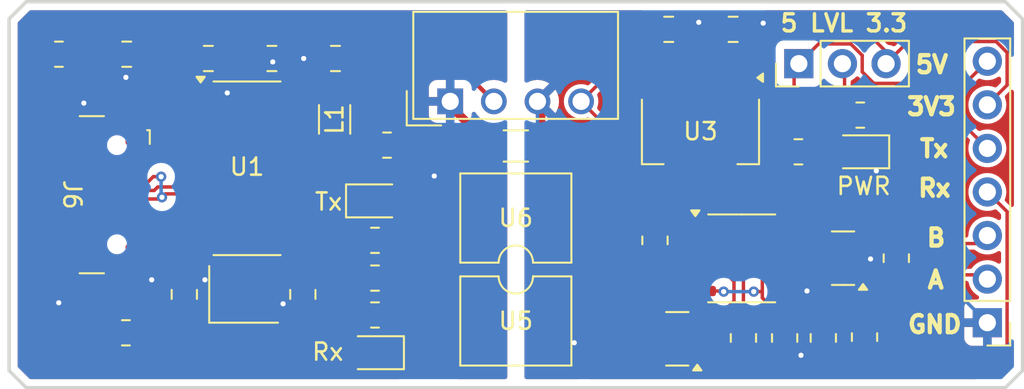
<source format=kicad_pcb>
(kicad_pcb (version 20240108) (generator "pcbnew") (generator_version "8.0")
  (layers (0 "F.Cu" signal) (31 "B.Cu" signal) (34 "B.Paste" user) (35 "F.Paste" user) (36 "B.SilkS" user "B.Silkscreen") (37 "F.SilkS" user "F.Silkscreen") (38 "B.Mask" user) (39 "F.Mask" user) (44 "Edge.Cuts" user))
  (net 0 "")
  (net 1 "Net-(U1-XI)")
  (net 2 "GND1")
  (net 3 "Net-(U1-XO)")
  (net 4 "+5V_USB")
  (net 5 "Net-(U1-V3)")
  (net 6 "+5V_OUT")
  (net 7 "GND2")
  (net 8 "+3.3V_OUT")
  (net 9 "Net-(U4-+Vin)")
  (net 10 "Net-(D1-A)")
  (net 11 "Net-(D3-K)")
  (net 12 "Net-(D3-A)")
  (net 13 "Net-(D4-K)")
  (net 14 "Net-(D4-A)")
  (net 15 "Net-(D2-A1)")
  (net 16 "Net-(J2-Pin_5)")
  (net 17 "Net-(J2-Pin_4)")
  (net 18 "Net-(D2-A2)")
  (net 19 "Net-(J3-Pin_2)")
  (net 22 "Net-(U1-UD+)")
  (net 23 "Net-(J6-CC1)")
  (net 24 "Net-(U1-UD-)")
  (net 25 "Net-(J6-CC2)")
  (net 26 "Net-(Q1-C)")
  (net 27 "Net-(Q1-E)")
  (net 28 "Net-(Q1-B)")
  (net 29 "Net-(R2-Pad2)")
  (net 30 "Net-(R8-Pad2)")
  (footprint "Resistor_SMD:R_0805_2012Metric" (layer "F.Cu") (at 100.15 103.6 90)
    (property "Reference" "R9" (hide yes))
    (property "Value" "10k" (hide yes))
  )
  (footprint "Package_TO_SOT_SMD:SOT-23" (layer "F.Cu") (at 103.55 98.95 180)
    (property "Reference" "D2" (hide yes))
    (property "Value" "SM712_SOT23" (hide yes))
  )
  (footprint "Package_DIP:SMDIP-4_W9.53mm" (layer "F.Cu") (at 84.5 102.61)
    (property "Reference" "U5")
    (property "Value" "EL817" (hide yes))
  )
  (footprint "Resistor_SMD:R_0805_2012Metric" (layer "F.Cu") (at 61.8 103.3 180)
    (property "Reference" "R15" (hide yes))
    (property "Value" "5k1" (hide yes))
  )
  (footprint "LED_SMD:LED_0805_2012Metric" (layer "F.Cu") (at 76.3 104.46 180)
    (property "Reference" "D4" (hide yes))
    (property "Value" "Rx")
  )
  (footprint "Resistor_SMD:R_0805_2012Metric" (layer "F.Cu") (at 104.55 90.61 180)
    (property "Reference" "R7" (hide yes))
    (property "Value" "10k" (hide yes))
  )
  (footprint "Resistor_SMD:R_0805_2012Metric" (layer "F.Cu") (at 100.95 92.75 180)
    (property "Reference" "R6" (hide yes))
    (property "Value" "1k" (hide yes))
  )
  (footprint "Package_TO_SOT_SMD:SOT-23" (layer "F.Cu") (at 93.9 103.65 180)
    (property "Reference" "Q1" (hide yes))
    (property "Value" "BC857" (hide yes))
  )
  (footprint "Crystal:Crystal_SMD_3225-4Pin_3.2x2.5mm" (layer "F.Cu") (at 68.65 101.06)
    (property "Reference" "Y1" (hide yes))
    (property "Value" "12MHz" (hide yes))
  )
  (footprint "Package_DIP:SMDIP-4_W9.53mm" (layer "F.Cu") (at 84.5 96.61 180)
    (property "Reference" "U6")
    (property "Value" "EL817" (hide yes))
  )
  (footprint "Converter_DCDC:Converter_DCDC_TRACO_TEA1-xxxx_THT" (layer "F.Cu") (at 80.68 89.81 90)
    (property "Reference" "U4" (hide yes))
    (property "Value" "DC-DC" (hide yes))
  )
  (footprint "Resistor_SMD:R_0805_2012Metric" (layer "F.Cu") (at 76.3 97.91)
    (property "Reference" "R1" (hide yes))
    (property "Value" "10k" (hide yes))
  )
  (footprint "LED_SMD:LED_0805_2012Metric" (layer "F.Cu") (at 104.55 92.75 180)
    (property "Reference" "D1" (hide yes))
    (property "Value" "PWR")
  )
  (footprint "Resistor_SMD:R_0805_2012Metric" (layer "F.Cu") (at 97.75 103.6 -90)
    (property "Reference" "R10" (hide yes))
    (property "Value" "100R" (hide yes))
  )
  (footprint "Package_SO:SOIC-8_3.9x4.9mm_P1.27mm" (layer "F.Cu") (at 97.65 98.96)
    (property "Reference" "U2" (hide yes))
    (property "Value" "SN75176AD" (hide yes))
  )
  (footprint "Capacitor_SMD:C_0805_2012Metric" (layer "F.Cu") (at 74 87.31)
    (property "Reference" "C8" (hide yes))
    (property "Value" "4.7uF" (hide yes))
  )
  (footprint "Resistor_SMD:R_0805_2012Metric" (layer "F.Cu") (at 77 92.36)
    (property "Reference" "R4" (hide yes))
    (property "Value" "1k" (hide yes))
  )
  (footprint "Resistor_SMD:R_0805_2012Metric" (layer "F.Cu") (at 57.9 87.06)
    (property "Reference" "R14" (hide yes))
    (property "Value" "5k1" (hide yes))
  )
  (footprint "Package_SO:SOIC-16_3.9x9.9mm_P1.27mm" (layer "F.Cu") (at 68.85 93.71)
    (property "Reference" "U1")
    (property "Value" "CH340G" (hide yes))
  )
  (footprint "Capacitor_SMD:C_0805_2012Metric" (layer "F.Cu") (at 65.2 101.06 -90)
    (property "Reference" "C2" (hide yes))
    (property "Value" "12pF" (hide yes))
  )
  (footprint "Resistor_SMD:R_0805_2012Metric" (layer "F.Cu") (at 106.65 98.95 -90)
    (property "Reference" "R13" (hide yes))
    (property "Value" "120R" (hide yes))
  )
  (footprint "Capacitor_SMD:C_1206_3216Metric" (layer "F.Cu") (at 84.5 92.41)
    (property "Reference" "C9" (hide yes))
    (property "Value" "270pF/2kV" (hide yes))
  )
  (footprint "Package_TO_SOT_SMD:SOT-223-3_TabPin2" (layer "F.Cu") (at 95.25 91.56 -90)
    (property "Reference" "U3")
    (property "Value" "AMS1117-3.3" (hide yes))
  )
  (footprint "Resistor_SMD:R_0805_2012Metric" (layer "F.Cu") (at 76.3 100.11)
    (property "Reference" "R2" (hide yes))
    (property "Value" "1k" (hide yes))
  )
  (footprint "Capacitor_SMD:C_0805_2012Metric" (layer "F.Cu") (at 72.1 101.06 90)
    (property "Reference" "C1" (hide yes))
    (property "Value" "12pF" (hide yes))
  )
  (footprint "Capacitor_SMD:C_0805_2012Metric" (layer "F.Cu") (at 61.85 87.06)
    (property "Reference" "C7" (hide yes))
    (property "Value" "4.7uF" (hide yes))
  )
  (footprint "Resistor_SMD:R_0805_2012Metric" (layer "F.Cu") (at 104.8 103.55 -90)
    (property "Reference" "R11" (hide yes))
    (property "Value" "10k" (hide yes))
  )
  (footprint "Resistor_SMD:R_0805_2012Metric" (layer "F.Cu") (at 102.4 103.6 90)
    (property "Reference" "R12" (hide yes))
    (property "Value" "100R" (hide yes))
  )
  (footprint "Connector_PinHeader_2.54mm:PinHeader_1x03_P2.54mm_Vertical" (layer "F.Cu") (at 100.975 87.61 90)
    (property "Reference" "J3" (hide yes))
    (property "Value" "5 LVL 3.3")
  )
  (footprint "Capacitor_SMD:C_0805_2012Metric" (layer "F.Cu") (at 97.15 85.61 180)
    (property "Reference" "C6" (hide yes))
    (property "Value" "22uF" (hide yes))
  )
  (footprint "Inductor_SMD:L_1206_3216Metric" (layer "F.Cu") (at 73.95 90.86 90)
    (property "Reference" "L1")
    (property "Value" "6.8uH" (hide yes))
  )
  (footprint "Capacitor_SMD:C_0805_2012Metric" (layer "F.Cu") (at 70.3 87.31)
    (property "Reference" "C4" (hide yes))
    (property "Value" "100nF" (hide yes))
  )
  (footprint "Connector_PinHeader_2.54mm:PinHeader_1x07_P2.54mm_Vertical" (layer "F.Cu") (at 111.95 102.71 180)
    (property "Reference" "J2" (hide yes))
    (property "Value" "7-pin con" (hide yes))
  )
  (footprint "Capacitor_SMD:C_0805_2012Metric" (layer "F.Cu") (at 66.6 87.31 180)
    (property "Reference" "C3" (hide yes))
    (property "Value" "100nF" (hide yes))
  )
  (footprint "Capacitor_SMD:C_0805_2012Metric" (layer "F.Cu") (at 93.4 85.61 180)
    (property "Reference" "C5" (hide yes))
    (property "Value" "10uF" (hide yes))
  )
  (footprint "Connector_USB:USB_C_Receptacle_GCT_USB4110" (layer "F.Cu") (at 58.675 95.25 -90)
    (property "Reference" "J6")
    (property "Value" "USB_C_Receptacle_USB2.0_16P" (hide yes))
  )
  (footprint "Resistor_SMD:R_0805_2012Metric" (layer "F.Cu") (at 92.6 97.91 -90)
    (property "Reference" "R8" (hide yes))
    (property "Value" "1k" (hide yes))
  )
  (footprint "LED_SMD:LED_0805_2012Metric" (layer "F.Cu") (at 76.3 95.61)
    (property "Reference" "D3" (hide yes))
    (property "Value" "Tx")
  )
  (footprint "Resistor_SMD:R_0805_2012Metric" (layer "F.Cu") (at 76.3 102.26 180)
    (property "Reference" "R3" (hide yes))
    (property "Value" "1k" (hide yes))
  )
  (gr_poly (pts (xy 55 85) (xy 56 84) (xy 113 84) (xy 114 85) (xy 114 105.5) (xy 113 106.5) (xy 56 106.5) (xy 55 105.5) (xy 55 99.95)) (stroke (width 0.2)) (fill none) (layer "Edge.Cuts"))
  (gr_text "A" (at 108.35 100.8 0) (layer "F.SilkS") (effects (font (size 1 1) (thickness 0.25) (bold yes)) (justify left bottom)))
  (gr_text "Rx" (at 107.8 95.45 0) (layer "F.SilkS") (effects (font (size 1 1) (thickness 0.25) (bold yes)) (justify left bottom)))
  (gr_text "5V" (at 107.65 88.25 0) (layer "F.SilkS") (effects (font (size 1 1) (thickness 0.25) (bold yes)) (justify left bottom)))
  (gr_text "GND" (at 107.2 103.4 0) (layer "F.SilkS") (effects (font (size 1 1) (thickness 0.25) (bold yes)) (justify left bottom)))
  (gr_text "B" (at 108.3 98.35 0) (layer "F.SilkS") (effects (font (size 1 1) (thickness 0.25) (bold yes)) (justify left bottom)))
  (gr_text "3V3" (at 107.15 90.7 0) (layer "F.SilkS") (effects (font (size 1 1) (thickness 0.25) (bold yes)) (justify left bottom)))
  (gr_text "Tx" (at 107.9 93.15 0) (layer "F.SilkS") (effects (font (size 1 1) (thickness 0.25) (bold yes)) (justify left bottom)))
  (segment (start 67.425 96.885) (end 66.375 96.885) (width 0.2) (layer "F.Cu") (net 1))
  (segment (start 69.85 100.11) (end 69.75 100.21) (width 0.2) (layer "F.Cu") (net 1))
  (segment (start 69.75 100.21) (end 69.75 99.21) (width 0.2) (layer "F.Cu") (net 1))
  (segment (start 69.75 99.21) (end 67.425 96.885) (width 0.2) (layer "F.Cu") (net 1))
  (segment (start 72.1 100.11) (end 69.85 100.11) (width 0.2) (layer "F.Cu") (net 1))
  (segment (start 70.9 87.51) (end 70.35 87.51) (width 0.2) (layer "F.Cu") (net 2))
  (segment (start 70.95 102.01) (end 72.1 102.01) (width 0.2) (layer "F.Cu") (net 2))
  (segment (start 65.2 100.11) (end 65.25 100.11) (width 0.2) (layer "F.Cu") (net 2))
  (segment (start 57.85 89.89) (end 59.33 89.89) (width 0.2) (layer "F.Cu") (net 2))
  (segment (start 59.37 89.89) (end 59.35 89.91) (width 0.2) (layer "F.Cu") (net 2))
  (segment (start 69.35 101.91) (end 69.75 101.91) (width 0.2) (layer "F.Cu") (net 2))
  (segment (start 57.85 100.11) (end 57.85 89.89) (width 0.2) (layer "F.Cu") (net 2))
  (segment (start 62.355 91.8) (end 61.78 91.225) (width 0.2) (layer "F.Cu") (net 2))
  (segment (start 61.8 88.41) (end 61.78 88.43) (width 0.2) (layer "F.Cu") (net 2))
  (segment (start 71.25 87.16) (end 70.9 87.51) (width 0.2) (layer "F.Cu") (net 2))
  (segment (start 61.78 88.43) (end 61.78 89.89) (width 0.2) (layer "F.Cu") (net 2))
  (segment (start 79.735 95.34) (end 79.735 94.175) (width 0.5) (layer "F.Cu") (net 2))
  (segment (start 61.8 87.96) (end 60.9 87.06) (width 0.2) (layer "F.Cu") (net 2))
  (segment (start 68.525 101.085) (end 69.35 101.91) (width 0.2) (layer "F.Cu") (net 2))
  (segment (start 61.88 100.21) (end 61.78 100.11) (width 0.2) (layer "F.Cu") (net 2))
  (segment (start 57.85 101.51) (end 57.89 101.55) (width 0.2) (layer "F.Cu") (net 2))
  (segment (start 67.65 100.21) (end 68.525 101.085) (width 0.2) (layer "F.Cu") (net 2))
  (segment (start 61.8 88.41) (end 61.8 87.96) (width 0.2) (layer "F.Cu") (net 2))
  (segment (start 69.9 101.91) (end 70 102.01) (width 0.2) (layer "F.Cu") (net 2))
  (segment (start 70 102.01) (end 70.95 102.01) (width 0.2) (layer "F.Cu") (net 2))
  (segment (start 67.55 100.21) (end 67.65 100.21) (width 0.2) (layer "F.Cu") (net 2))
  (segment (start 83.025 92.41) (end 80.68 90.065) (width 0.5) (layer "F.Cu") (net 2))
  (segment (start 69.75 101.91) (end 69.9 101.91) (width 0.2) (layer "F.Cu") (net 2))
  (segment (start 73.05 87.31) (end 71.25 87.31) (width 0.2) (layer "F.Cu") (net 2))
  (segment (start 80.68 90.065) (end 80.68 89.81) (width 0.2) (layer "F.Cu") (net 2))
  (segment (start 62.355 98.45) (end 61.78 99.025) (width 0.2) (layer "F.Cu") (net 2))
  (segment (start 62.7125 103.3) (end 62.7125 101.0425) (width 0.2) (layer "F.Cu") (net 2))
  (segment (start 59.33 89.89) (end 59.35 89.91) (width 0.2) (layer "F.Cu") (net 2))
  (segment (start 57.85 87.9225) (end 56.9875 87.06) (width 0.2) (layer "F.Cu") (net 2))
  (segment (start 65.25 100.11) (end 65.35 100.21) (width 0.2) (layer "F.Cu") (net 2))
  (segment (start 61.78 91.225) (end 61.78 89.89) (width 0.2) (layer "F.Cu") (net 2))
  (segment (start 70.95 102.01) (end 70.95 101.61) (width 0.2) (layer "F.Cu") (net 2))
  (segment (start 66.425 89.315) (end 66.375 89.265) (width 0.2) (layer "F.Cu") (net 2))
  (segment (start 57.85 89.89) (end 57.85 87.9225) (width 0.2) (layer "F.Cu") (net 2))
  (segment (start 63.3 100.21) (end 61.88 100.21) (width 0.2) (layer "F.Cu") (net 2))
  (segment (start 79.735 94.175) (end 79.75 94.16) (width 0.5) (layer "F.Cu") (net 2))
  (segment (start 57.85 100.11) (end 57.85 101.51) (width 0.2) (layer "F.Cu") (net 2))
  (segment (start 67.7 89.315) (end 66.425 89.315) (width 0.2) (layer "F.Cu") (net 2))
  (segment (start 62.7125 101.0425) (end 61.78 100.11) (width 0.2) (layer "F.Cu") (net 2))
  (segment (start 61.78 99.025) (end 61.78 100.11) (width 0.2) (layer "F.Cu") (net 2))
  (segment (start 65.35 100.21) (end 67.55 100.21) (width 0.2) (layer "F.Cu") (net 2))
  (via (at 57.89 101.55) (size 0.6) (drill 0.3) (layers "F.Cu" "B.Cu") (net 2))
  (via (at 61.8 88.41) (size 0.6) (drill 0.3) (layers "F.Cu" "B.Cu") (net 2))
  (via (at 59.35 89.91) (size 0.6) (drill 0.3) (layers "F.Cu" "B.Cu") (net 2))
  (via (at 63.3 100.21) (size 0.6) (drill 0.3) (layers "F.Cu" "B.Cu") (net 2))
  (via (at 70.95 101.61) (size 0.6) (drill 0.3) (layers "F.Cu" "B.Cu") (net 2))
  (via (at 67.7 89.315) (size 0.6) (drill 0.3) (layers "F.Cu" "B.Cu") (net 2))
  (via (at 79.75 94.16) (size 0.6) (drill 0.3) (layers "F.Cu" "B.Cu") (net 2))
  (via (at 70.35 87.51) (size 0.6) (drill 0.3) (layers "F.Cu" "B.Cu") (net 2))
  (via (at 66.4 100.21) (size 0.6) (drill 0.3) (layers "F.Cu" "B.Cu") (net 2))
  (via (at 72.15 87.31) (size 0.6) (drill 0.3) (layers "F.Cu" "B.Cu") (net 2))
  (segment (start 79.75 94.16) (end 80.68 93.23) (width 0.25) (layer "B.Cu") (net 2))
  (segment (start 74.65 89.81) (end 72.15 87.31) (width 0.25) (layer "B.Cu") (net 2))
  (segment (start 80.68 89.81) (end 74.65 89.81) (width 0.25) (layer "B.Cu") (net 2))
  (segment (start 59.9 89.51) (end 59.75 89.51) (width 0.2) (layer "B.Cu") (net 2))
  (segment (start 61.96 101.55) (end 63.3 100.21) (width 0.2) (layer "B.Cu") (net 2))
  (segment (start 68.545 89.315) (end 70.35 87.51) (width 0.2) (layer "B.Cu") (net 2))
  (segment (start 59.75 89.51) (end 59.35 89.91) (width 0.2) (layer "B.Cu") (net 2))
  (segment (start 57.89 101.55) (end 61.96 101.55) (width 0.2) (layer "B.Cu") (net 2))
  (segment (start 80.68 93.23) (end 80.68 89.81) (width 0.25) (layer "B.Cu") (net 2))
  (segment (start 67.7 89.315) (end 67.505 89.51) (width 0.2) (layer "B.Cu") (net 2))
  (segment (start 63.3 100.21) (end 66.4 100.21) (width 0.2) (layer "B.Cu") (net 2))
  (segment (start 70.55 87.31) (end 70.35 87.51) (width 0.2) (layer "B.Cu") (net 2))
  (segment (start 67.505 89.51) (end 61.8 89.51) (width 0.2) (layer "B.Cu") (net 2))
  (segment (start 67.8 101.61) (end 66.4 100.21) (width 0.2) (layer "B.Cu") (net 2))
  (segment (start 61.8 88.41) (end 61.8 89.51) (width 0.2) (layer "B.Cu") (net 2))
  (segment (start 72.15 87.31) (end 70.55 87.31) (width 0.2) (layer "B.Cu") (net 2))
  (segment (start 67.7 89.315) (end 68.545 89.315) (width 0.2) (layer "B.Cu") (net 2))
  (segment (start 70.95 101.61) (end 67.8 101.61) (width 0.2) (layer "B.Cu") (net 2))
  (segment (start 61.8 89.51) (end 59.9 89.51) (width 0.2) (layer "B.Cu") (net 2))
  (segment (start 64.175 98.880001) (end 64.900001 98.155) (width 0.2) (layer "F.Cu") (net 3))
  (segment (start 65.3 101.91) (end 65.2 102.01) (width 0.2) (layer "F.Cu") (net 3))
  (segment (start 64.175 100.985) (end 64.175 98.880001) (width 0.2) (layer "F.Cu") (net 3))
  (segment (start 67.55 101.91) (end 65.3 101.91) (width 0.2) (layer "F.Cu") (net 3))
  (segment (start 64.900001 98.155) (end 66.375 98.155) (width 0.2) (layer "F.Cu") (net 3))
  (segment (start 65.2 102.01) (end 64.175 100.985) (width 0.2) (layer "F.Cu") (net 3))
  (segment (start 63.3 87.06) (end 62.8 87.06) (width 0.25) (layer "F.Cu") (net 4))
  (segment (start 64.85 96.26) (end 67.759092 96.26) (width 0.25) (layer "F.Cu") (net 4))
  (segment (start 77.2125 102.26) (end 75.3875 100.435) (width 0.2) (layer "F.Cu") (net 4))
  (segment (start 73.95 93.26) (end 73.95 92.435) (width 0.25) (layer "F.Cu") (net 4))
  (segment (start 68.3 86.11) (end 66.85 86.11) (width 0.25) (layer "F.Cu") (net 4))
  (segment (start 76.0875 92.36) (end 74.025 92.36) (width 0.2) (layer "F.Cu") (net 4))
  (segment (start 69.35 88.264999) (end 69.35 87.31) (width 0.25) (layer "F.Cu") (net 4))
  (segment (start 66.85 86.11) (end 65.65 87.31) (width 0.25) (layer "F.Cu") (net 4))
  (segment (start 73.95 93.26) (end 73.95 96.4725) (width 0.25) (layer "F.Cu") (net 4))
  (segment (start 62.355 92.85) (end 64 92.85) (width 0.25) (layer "F.Cu") (net 4))
  (segment (start 73.9 93.71) (end 68.95 93.71) (width 0.25) (layer "F.Cu") (net 4))
  (segment (start 62.355 97.65) (end 63.46 97.65) (width 0.25) (layer "F.Cu") (net 4))
  (segment (start 73.95 93.26) (end 73.95 93.66) (width 0.25) (layer "F.Cu") (net 4))
  (segment (start 63.55 87.31) (end 63.55 92.8) (width 0.25) (layer "F.Cu") (net 4))
  (segment (start 75.3875 100.11) (end 75.3875 97.91) (width 0.2) (layer "F.Cu") (net 4))
  (segment (start 75.3875 100.435) (end 75.3875 100.11) (width 0.2) (layer "F.Cu") (net 4))
  (segment (start 67.759092 96.26) (end 68.95 95.069092) (width 0.25) (layer "F.Cu") (net 4))
  (segment (start 63.55 92.8) (end 63.5 92.85) (width 0.25) (layer "F.Cu") (net 4))
  (segment (start 63.5 92.85) (end 62.355 92.85) (width 0.25) (layer "F.Cu") (net 4))
  (segment (start 71.325 89.265) (end 70.350001 89.265) (width 0.25) (layer "F.Cu") (net 4))
  (segment (start 68.95 95.069092) (end 68.95 93.71) (width 0.25) (layer "F.Cu") (net 4))
  (segment (start 69.35 87.16) (end 68.3 86.11) (width 0.25) (layer "F.Cu") (net 4))
  (segment (start 73.95 93.66) (end 73.9 93.71) (width 0.25) (layer "F.Cu") (net 4))
  (segment (start 63.55 87.31) (end 65.65 87.31) (width 0.25) (layer "F.Cu") (net 4))
  (segment (start 64 92.85) (end 64.86 93.71) (width 0.25) (layer "F.Cu") (net 4))
  (segment (start 63.46 97.65) (end 64.85 96.26) (width 0.25) (layer "F.Cu") (net 4))
  (segment (start 63.55 87.31) (end 63.3 87.06) (width 0.25) (layer "F.Cu") (net 4))
  (segment (start 74.025 92.36) (end 73.95 92.435) (width 0.2) (layer "F.Cu") (net 4))
  (segment (start 73.95 96.4725) (end 75.3875 97.91) (width 0.25) (layer "F.Cu") (net 4))
  (segment (start 70.350001 89.265) (end 69.35 88.264999) (width 0.25) (layer "F.Cu") (net 4))
  (segment (start 64.86 93.71) (end 68.95 93.71) (width 0.25) (layer "F.Cu") (net 4))
  (segment (start 64.15 89.21) (end 64.15 91.7) (width 0.2) (layer "F.Cu") (net 5))
  (segment (start 64.15 91.7) (end 65.525 93.075) (width 0.2) (layer "F.Cu") (net 5))
  (segment (start 65.525 93.075) (end 66.375 93.075) (width 0.2) (layer "F.Cu") (net 5))
  (segment (start 66.35 88.51) (end 64.85 88.51) (width 0.2) (layer "F.Cu") (net 5))
  (segment (start 67.55 87.31) (end 66.35 88.51) (width 0.2) (layer "F.Cu") (net 5))
  (segment (start 64.85 88.51) (end 64.15 89.21) (width 0.2) (layer "F.Cu") (net 5))
  (segment (start 97.75 102.6875) (end 97.75 98.448762) (width 0.2) (layer "F.Cu") (net 6))
  (segment (start 100.125 92.8375) (end 100.0375 92.75) (width 0.2) (layer "F.Cu") (net 6))
  (segment (start 99.38 96.31) (end 100.125 97.055) (width 0.2) (layer "F.Cu") (net 6))
  (segment (start 105.338654 88.76) (end 104.665 88.086346) (width 0.2) (layer "F.Cu") (net 6))
  (segment (start 104.665 88.086346) (end 104.665 87.125) (width 0.2) (layer "F.Cu") (net 6))
  (segment (start 97.75 98.448762) (end 99.143762 97.055) (width 0.2) (layer "F.Cu") (net 6))
  (segment (start 104 86.46) (end 102.125 86.46) (width 0.2) (layer "F.Cu") (net 6))
  (segment (start 89.7 88.41) (end 88.3 89.81) (width 0.2) (layer "F.Cu") (net 6))
  (segment (start 100.7 87.885) (end 100.975 87.61) (width 0.2) (layer "F.Cu") (net 6))
  (segment (start 102.125 86.46) (end 100.975 87.61) (width 0.2) (layer "F.Cu") (net 6))
  (segment (start 92.95 88.41) (end 92.6 88.06) (width 0.2) (layer "F.Cu") (net 6))
  (segment (start 92.95 88.41) (end 89.7 88.41) (width 0.2) (layer "F.Cu") (net 6))
  (segment (start 92.6 85.76) (end 92.45 85.61) (width 0.2) (layer "F.Cu") (net 6))
  (segment (start 92.6 88.06) (end 92.6 85.76) (width 0.2) (layer "F.Cu") (net 6))
  (segment (start 99.143762 97.055) (end 100.125 97.055) (width 0.2) (layer "F.Cu") (net 6))
  (segment (start 92.6 96.9975) (end 92.6 96.61) (width 0.2) (layer "F.Cu") (net 6))
  (segment (start 100.7 92.0875) (end 100.7 87.885) (width 0.2) (layer "F.Cu") (net 6))
  (segment (start 100.125 97.055) (end 100.125 92.8375) (width 0.2) (layer "F.Cu") (net 6))
  (segment (start 111.95 87.47) (end 110.66 88.76) (width 0.2) (layer "F.Cu") (net 6))
  (segment (start 91.15 92.66) (end 88.3 89.81) (width 0.2) (layer "F.Cu") (net 6))
  (segment (start 110.66 88.76) (end 105.338654 88.76) (width 0.2) (layer "F.Cu") (net 6))
  (segment (start 104.665 87.125) (end 104 86.46) (width 0.2) (layer "F.Cu") (net 6))
  (segment (start 92.6 96.9975) (end 93.2875 96.31) (width 0.2) (layer "F.Cu") (net 6))
  (segment (start 92.6 96.61) (end 91.15 95.16) (width 0.2) (layer "F.Cu") (net 6))
  (segment (start 91.15 95.16) (end 91.15 92.66) (width 0.2) (layer "F.Cu") (net 6))
  (segment (start 93.2875 96.31) (end 99.38 96.31) (width 0.2) (layer "F.Cu") (net 6))
  (segment (start 100.0375 92.75) (end 100.7 92.0875) (width 0.2) (layer "F.Cu") (net 6))
  (segment (start 97.8 88.16) (end 97.55 88.41) (width 0.25) (layer "F.Cu") (net 7))
  (segment (start 98.54 85.61) (end 98.1 85.61) (width 0.2) (layer "F.Cu") (net 7))
  (segment (start 87.9 103.88) (end 89.265 103.88) (width 0.2) (layer "F.Cu") (net 7))
  (segment (start 100.15 104.5125) (end 100.2475 104.61) (width 0.2) (layer "F.Cu") (net 7))
  (segment (start 95.15 85.2) (end 94.76 85.2) (width 0.2) (layer "F.Cu") (net 7))
  (segment (start 101.45 100.86) (end 100.13 100.86) (width 0.2) (layer "F.Cu") (net 7))
  (segment (start 105.105 98.95) (end 105.15 98.995) (width 0.2) (layer "F.Cu") (net 7))
  (segment (start 105.4875 93.86) (end 105.4875 92.75) (width 0.2) (layer "F.Cu") (net 7))
  (segment (start 85.975 92.41) (end 85.975 90.025) (width 0.5) (layer "F.Cu") (net 7))
  (segment (start 98.1 85.61) (end 97.8 85.91) (width 0.25) (layer "F.Cu") (net 7))
  (segment (start 98.9 85.25) (end 98.54 85.61) (width 0.2) (layer "F.Cu") (net 7))
  (segment (start 100.2475 104.61) (end 101.1 104.61) (width 0.2) (layer "F.Cu") (net 7))
  (segment (start 97.8 85.91) (end 97.8 88.16) (width 0.25) (layer "F.Cu") (net 7))
  (segment (start 100.13 100.86) (end 100.125 100.865) (width 0.2) (layer "F.Cu") (net 7))
  (segment (start 102.6125 98.95) (end 105.105 98.95) (width 0.2) (layer "F.Cu") (net 7))
  (segment (start 94.76 85.2) (end 94.35 85.61) (width 0.2) (layer "F.Cu") (net 7))
  (segment (start 85.975 90.025) (end 85.76 89.81) (width 0.2) (layer "F.Cu") (net 7))
  (via (at 95.15 85.2) (size 0.6) (drill 0.3) (layers "F.Cu" "B.Cu") (net 7))
  (via (at 105.15 98.995) (size 0.6) (drill 0.3) (layers "F.Cu" "B.Cu") (net 7))
  (via (at 98.9 85.25) (size 0.6) (drill 0.3) (layers "F.Cu" "B.Cu") (net 7))
  (via (at 105.4875 93.86) (size 0.6) (drill 0.3) (layers "F.Cu" "B.Cu") (net 7))
  (via (at 101.45 100.86) (size 0.6) (drill 0.3) (layers "F.Cu" "B.Cu") (net 7))
  (via (at 87.9 103.88) (size 0.6) (drill 0.3) (layers "F.Cu" "B.Cu") (net 7))
  (via (at 101.1 104.61) (size 0.6) (drill 0.3) (layers "F.Cu" "B.Cu") (net 7))
  (segment (start 101.55 100.86) (end 103.4 102.71) (width 0.2) (layer "B.Cu") (net 7))
  (segment (start 101.45 100.86) (end 101.55 100.86) (width 0.2) (layer "B.Cu") (net 7))
  (segment (start 103.4 102.71) (end 111.95 102.71) (width 0.2) (layer "B.Cu") (net 7))
  (segment (start 106.645 97.405) (end 105.4875 96.2475) (width 0.2) (layer "B.Cu") (net 7))
  (segment (start 105.4875 96.2475) (end 105.4875 93.86) (width 0.2) (layer "B.Cu") (net 7))
  (segment (start 101.45 100.86) (end 101.1 101.21) (width 0.2) (layer "B.Cu") (net 7))
  (segment (start 111.95 102.71) (end 106.645 97.405) (width 0.2) (layer "B.Cu") (net 7))
  (segment (start 98.05 86.1) (end 98.05 88.21) (width 0.2) (layer "B.Cu") (net 7))
  (segment (start 106.645 97.5) (end 106.645 97.405) (width 0.2) (layer "B.Cu") (net 7))
  (segment (start 90.92 84.65) (end 95.15 84.65) (width 0.2) (layer "B.Cu") (net 7))
  (segment (start 95.15 85.2) (end 95.15 84.65) (width 0.2) (layer "B.Cu") (net 7))
  (segment (start 85.76 89.81) (end 90.92 84.65) (width 0.2) (layer "B.Cu") (net 7))
  (segment (start 101.1 101.21) (end 101.1 104.61) (width 0.2) (layer "B.Cu") (net 7))
  (segment (start 98.9 85.25) (end 98.05 86.1) (width 0.2) (layer "B.Cu") (net 7))
  (segment (start 98.05 88.21) (end 103.7 93.86) (width 0.2) (layer "B.Cu") (net 7))
  (segment (start 103.7 93.86) (end 105.4875 93.86) (width 0.2) (layer "B.Cu") (net 7))
  (segment (start 98.3 84.65) (end 98.9 85.25) (width 0.2) (layer "B.Cu") (net 7))
  (segment (start 105.15 98.995) (end 106.645 97.5) (width 0.2) (layer "B.Cu") (net 7))
  (segment (start 87.9 103.88) (end 85.76 101.74) (width 0.2) (layer "B.Cu") (net 7))
  (segment (start 95.15 84.65) (end 98.3 84.65) (width 0.2) (layer "B.Cu") (net 7))
  (segment (start 85.76 101.74) (end 85.76 89.81) (width 0.2) (layer "B.Cu") (net 7))
  (segment (start 112.46 86.32) (end 107.345 86.32) (width 0.2) (layer "F.Cu") (net 8))
  (segment (start 107.345 86.32) (end 106.055 87.61) (width 0.2) (layer "F.Cu") (net 8))
  (segment (start 95.25 88.41) (end 95.9 87.76) (width 0.2) (layer "F.Cu") (net 8))
  (segment (start 106.055 87.61) (end 106.055 86.915) (width 0.2) (layer "F.Cu") (net 8))
  (segment (start 105.05 85.91) (end 99.95 85.91) (width 0.2) (layer "F.Cu") (net 8))
  (segment (start 98.2 89.96) (end 95.25 89.96) (width 0.2) (layer "F.Cu") (net 8))
  (segment (start 106.055 86.915) (end 105.05 85.91) (width 0.2) (layer "F.Cu") (net 8))
  (segment (start 111.95 90.01) (end 113.1 88.86) (width 0.2) (layer "F.Cu") (net 8))
  (segment (start 96.2 85.61) (end 95.25 86.56) (width 0.25) (layer "F.Cu") (net 8))
  (segment (start 99.15 86.71) (end 99.15 89.01) (width 0.2) (layer "F.Cu") (net 8))
  (segment (start 95.25 86.56) (end 95.25 88.41) (width 0.25) (layer "F.Cu") (net 8))
  (segment (start 99.95 85.91) (end 99.15 86.71) (width 0.2) (layer "F.Cu") (net 8))
  (segment (start 99.15 89.01) (end 98.2 89.96) (width 0.2) (layer "F.Cu") (net 8))
  (segment (start 113.1 88.86) (end 113.1 86.96) (width 0.2) (layer "F.Cu") (net 8))
  (segment (start 113.1 86.96) (end 112.46 86.32) (width 0.2) (layer "F.Cu") (net 8))
  (segment (start 95.25 94.71) (end 95.25 88.41) (width 0.25) (layer "F.Cu") (net 8))
  (segment (start 73.95 89.285) (end 74.95 88.285) (width 0.2) (layer "F.Cu") (net 9))
  (segment (start 80.72 87.31) (end 83.22 89.81) (width 0.25) (layer "F.Cu") (net 9))
  (segment (start 74.95 87.31) (end 80.72 87.31) (width 0.25) (layer "F.Cu") (net 9))
  (segment (start 74.95 88.285) (end 74.95 87.31) (width 0.2) (layer "F.Cu") (net 9))
  (segment (start 103.6125 92.75) (end 101.8625 92.75) (width 0.2) (layer "F.Cu") (net 10))
  (segment (start 67.045 91.205) (end 76.695 91.205) (width 0.2) (layer "F.Cu") (net 11))
  (segment (start 76.25 94.627372) (end 76.25 95.61) (width 0.2) (layer "F.Cu") (net 11))
  (segment (start 76.25 95.61) (end 76.25 100.644744) (width 0.2) (layer "F.Cu") (net 11))
  (segment (start 78.435 101.695) (end 78.435 102.58) (width 0.2) (layer "F.Cu") (net 11))
  (segment (start 76.715256 101.11) (end 77.85 101.11) (width 0.2) (layer "F.Cu") (net 11))
  (segment (start 75.3625 95.61) (end 76.25 95.61) (width 0.2) (layer "F.Cu") (net 11))
  (segment (start 76.25 100.644744) (end 76.715256 101.11) (width 0.2) (layer "F.Cu") (net 11))
  (segment (start 77.85 101.11) (end 78.435 101.695) (width 0.2) (layer "F.Cu") (net 11))
  (segment (start 76.695 91.205) (end 76.95 91.46) (width 0.2) (layer "F.Cu") (net 11))
  (segment (start 78.435 102.58) (end 79.735 103.88) (width 0.2) (layer "F.Cu") (net 11))
  (segment (start 76.95 91.46) (end 76.95 93.927372) (width 0.2) (layer "F.Cu") (net 11))
  (segment (start 76.95 93.927372) (end 76.25 94.627372) (width 0.2) (layer "F.Cu") (net 11))
  (segment (start 66.375 90.535) (end 67.045 91.205) (width 0.2) (layer "F.Cu") (net 11))
  (segment (start 77.2375 95.61) (end 77.9125 94.935) (width 0.2) (layer "F.Cu") (net 12))
  (segment (start 77.9125 94.935) (end 77.9125 92.36) (width 0.2) (layer "F.Cu") (net 12))
  (segment (start 81.55 104.46) (end 81.55 99.695) (width 0.2) (layer "F.Cu") (net 13))
  (segment (start 79.705 97.91) (end 79.735 97.88) (width 0.2) (layer "F.Cu") (net 13))
  (segment (start 65.1 91.504999) (end 65.1 90.194448) (width 0.2) (layer "F.Cu") (net 13))
  (segment (start 65.1 90.194448) (end 65.379448 89.915) (width 0.2) (layer "F.Cu") (net 13))
  (segment (start 78.4 97.91) (end 79.705 97.91) (width 0.2) (layer "F.Cu") (net 13))
  (segment (start 65.379448 89.915) (end 72.805 89.915) (width 0.2) (layer "F.Cu") (net 13))
  (segment (start 66.375 91.805) (end 65.400001 91.805) (width 0.2) (layer "F.Cu") (net 13))
  (segment (start 77.2125 97.91) (end 78.4 97.91) (width 0.2) (layer "F.Cu") (net 13))
  (segment (start 78.725 91.635) (end 78.725 93.9975) (width 0.2) (layer "F.Cu") (net 13))
  (segment (start 78.0375 105.26) (end 80.75 105.26) (width 0.2) (layer "F.Cu") (net 13))
  (segment (start 73.695 90.805) (end 77.895 90.805) (width 0.2) (layer "F.Cu") (net 13))
  (segment (start 81.55 99.695) (end 79.735 97.88) (width 0.2) (layer "F.Cu") (net 13))
  (segment (start 77.2375 104.46) (end 78.0375 105.26) (width 0.2) (layer "F.Cu") (net 13))
  (segment (start 78.4 94.3225) (end 78.4 97.91) (width 0.2) (layer "F.Cu") (net 13))
  (segment (start 72.805 89.915) (end 73.695 90.805) (width 0.2) (layer "F.Cu") (net 13))
  (segment (start 65.400001 91.805) (end 65.1 91.504999) (width 0.2) (layer "F.Cu") (net 13))
  (segment (start 80.75 105.26) (end 81.55 104.46) (width 0.2) (layer "F.Cu") (net 13))
  (segment (start 77.895 90.805) (end 78.725 91.635) (width 0.2) (layer "F.Cu") (net 13))
  (segment (start 78.725 93.9975) (end 78.4 94.3225) (width 0.2) (layer "F.Cu") (net 13))
  (segment (start 75.3625 104.46) (end 75.3625 102.285) (width 0.2) (layer "F.Cu") (net 14))
  (segment (start 75.3625 102.285) (end 75.3875 102.26) (width 0.2) (layer "F.Cu") (net 14))
  (segment (start 104.4875 99.9) (end 104.7925 99.595) (width 0.2) (layer "F.Cu") (net 15))
  (segment (start 106.3825 99.595) (end 106.65 99.8625) (width 0.2) (layer "F.Cu") (net 15))
  (segment (start 106.65 99.8625) (end 106.71 99.9225) (width 0.2) (layer "F.Cu") (net 15))
  (segment (start 104.7925 99.595) (end 105.8 99.595) (width 0.2) (layer "F.Cu") (net 15))
  (segment (start 105.8 99.595) (end 106.3825 99.595) (width 0.2) (layer "F.Cu") (net 15))
  (segment (start 100.125 99.595) (end 105.8 99.595) (width 0.2) (layer "F.Cu") (net 15))
  (segment (start 106.71 99.9225) (end 111.7025 99.9225) (width 0.2) (layer "F.Cu") (net 15))
  (segment (start 111.7025 99.9225) (end 111.95 100.17) (width 0.2) (layer "F.Cu") (net 15))
  (segment (start 98.85 100.9) (end 98.85 101.26) (width 0.2) (layer "F.Cu") (net 16))
  (segment (start 98.85 97.914448) (end 98.85 100.9) (width 0.2) (layer "F.Cu") (net 16))
  (segment (start 99.109448 97.655) (end 98.85 97.914448) (width 0.2) (layer "F.Cu") (net 16))
  (segment (start 89.79 101.865) (end 89.265 101.34) (width 0.2) (layer "F.Cu") (net 16))
  (segment (start 104.6 91.4725) (end 104.6 94.35) (width 0.2) (layer "F.Cu") (net 16))
  (segment (start 101.5225 101.81) (end 102.4 102.6875) (width 0.2) (layer "F.Cu") (net 16))
  (segment (start 105.4625 90.61) (end 104.6 91.4725) (width 0.2) (layer "F.Cu") (net 16))
  (segment (start 98.85 101.26) (end 99.4 101.81) (width 0.2) (layer "F.Cu") (net 16))
  (segment (start 96.565 100.865) (end 96.6 100.9) (width 0.2) (layer "F.Cu") (net 16))
  (segment (start 105.4625 90.61) (end 110.01 90.61) (width 0.2) (layer "F.Cu") (net 16))
  (segment (start 93.8 100.865) (end 89.79 100.865) (width 0.2) (layer "F.Cu") (net 16))
  (segment (start 89.79 100.865) (end 89.79 101.865) (width 0.2) (layer "F.Cu") (net 16))
  (segment (start 95.175 100.865) (end 96.565 100.865) (width 0.2) (layer "F.Cu") (net 16))
  (segment (start 98.35 100.9) (end 98.85 100.9) (width 0.2) (layer "F.Cu") (net 16))
  (segment (start 110.01 90.61) (end 111.95 92.55) (width 0.2) (layer "F.Cu") (net 16))
  (segment (start 104.6 94.35) (end 101.295 97.655) (width 0.2) (layer "F.Cu") (net 16))
  (segment (start 95.175 100.865) (end 93.8 100.865) (width 0.2) (layer "F.Cu") (net 16))
  (segment (start 101.295 97.655) (end 99.109448 97.655) (width 0.2) (layer "F.Cu") (net 16))
  (segment (start 99.4 101.81) (end 101.5225 101.81) (width 0.2) (layer "F.Cu") (net 16))
  (via (at 96.6 100.9) (size 0.6) (drill 0.3) (layers "F.Cu" "B.Cu") (net 16))
  (via (at 98.35 100.9) (size 0.6) (drill 0.3) (layers "F.Cu" "B.Cu") (net 16))
  (segment (start 96.6 100.9) (end 98.35 100.9) (width 0.2) (layer "B.Cu") (net 16))
  (segment (start 90.95 96.91) (end 89.38 95.34) (width 0.2) (layer "F.Cu") (net 17))
  (segment (start 87.3 97.305) (end 89.265 95.34) (width 0.2) (layer "F.Cu") (net 17))
  (segment (start 113.1 104.05) (end 111.25 105.9) (width 0.2) (layer "F.Cu") (net 17))
  (segment (start 95.175 97.055) (end 94.005 97.055) (width 0.2) (layer "F.Cu") (net 17))
  (segment (start 91.6 98.01) (end 90.95 97.36) (width 0.2) (layer "F.Cu") (net 17))
  (segment (start 111.95 95.09) (end 113.1 96.24) (width 0.2) (layer "F.Cu") (net 17))
  (segment (start 111.25 105.9) (end 88.83 105.9) (width 0.2) (layer "F.Cu") (net 17))
  (segment (start 93.084744 98.01) (end 91.6 98.01) (width 0.2) (layer "F.Cu") (net 17))
  (segment (start 113.1 96.24) (end 113.1 104.05) (width 0.2) (layer "F.Cu") (net 17))
  (segment (start 93.6 97.494744) (end 93.084744 98.01) (width 0.2) (layer "F.Cu") (net 17))
  (segment (start 88.83 105.9) (end 87.3 104.37) (width 0.2) (layer "F.Cu") (net 17))
  (segment (start 89.38 95.34) (end 89.265 95.34) (width 0.2) (layer "F.Cu") (net 17))
  (segment (start 93.6 97.46) (end 93.6 97.494744) (width 0.2) (layer "F.Cu") (net 17))
  (segment (start 94.005 97.055) (end 93.6 97.46) (width 0.2) (layer "F.Cu") (net 17))
  (segment (start 87.3 104.37) (end 87.3 97.305) (width 0.2) (layer "F.Cu") (net 17))
  (segment (start 90.95 97.36) (end 90.95 96.91) (width 0.2) (layer "F.Cu") (net 17))
  (segment (start 106.3625 98.325) (end 106.65 98.0375) (width 0.2) (layer "F.Cu") (net 18))
  (segment (start 100.125 98.325) (end 105.8 98.325) (width 0.2) (layer "F.Cu") (net 18))
  (segment (start 104.4875 98) (end 104.8125 98.325) (width 0.2) (layer "F.Cu") (net 18))
  (segment (start 106.65 98.0375) (end 106.71 98.0975) (width 0.2) (layer "F.Cu") (net 18))
  (segment (start 104.8125 98.325) (end 105.8 98.325) (width 0.2) (layer "F.Cu") (net 18))
  (segment (start 111.4825 98.0975) (end 111.95 97.63) (width 0.2) (layer "F.Cu") (net 18))
  (segment (start 105.8 98.325) (end 106.3625 98.325) (width 0.2) (layer "F.Cu") (net 18))
  (segment (start 106.71 98.0975) (end 111.4825 98.0975) (width 0.2) (layer "F.Cu") (net 18))
  (segment (start 103.6375 87.7325) (end 103.515 87.61) (width 0.2) (layer "F.Cu") (net 19))
  (segment (start 103.6375 90.61) (end 103.6375 87.7325) (width 0.2) (layer "F.Cu") (net 19))
  (segment (start 61.74759 96) (end 61.48 95.73241) (width 0.2) (layer "F.Cu") (net 22))
  (segment (start 61.48 95.26759) (end 61.74759 95) (width 0.2) (layer "F.Cu") (net 22))
  (segment (start 66.375 94.345) (end 65.92 94.8) (width 0.2) (layer "F.Cu") (net 22))
  (segment (start 61.48 95.73241) (end 61.48 95.26759) (width 0.2) (layer "F.Cu") (net 22))
  (segment (start 65.92 94.8) (end 63.651471 94.8) (width 0.2) (layer "F.Cu") (net 22))
  (segment (start 62.355 96) (end 61.74759 96) (width 0.2) (layer "F.Cu") (net 22))
  (segment (start 63.651471 94.8) (end 63.451471 95) (width 0.2) (layer "F.Cu") (net 22))
  (segment (start 61.74759 95) (end 62.355 95) (width 0.2) (layer "F.Cu") (net 22))
  (segment (start 63.451471 95) (end 62.355 95) (width 0.2) (layer "F.Cu") (net 22))
  (segment (start 59.95 88.1975) (end 59.95 92.31) (width 0.2) (layer "F.Cu") (net 23))
  (segment (start 61.64 94) (end 62.355 94) (width 0.2) (layer "F.Cu") (net 23))
  (segment (start 59.95 92.31) (end 61.64 94) (width 0.2) (layer "F.Cu") (net 23))
  (segment (start 58.8125 87.06) (end 59.95 88.1975) (width 0.2) (layer "F.Cu") (net 23))
  (segment (start 65.96 95.2) (end 66.375 95.615) (width 0.2) (layer "F.Cu") (net 24))
  (segment (start 63.85 94.2) (end 63.39 94.2) (width 0.2) (layer "F.Cu") (net 24))
  (segment (start 63.9 95.4) (end 63.8 95.5) (width 0.2) (layer "F.Cu") (net 24))
  (segment (start 63.9 95.4) (end 64.1 95.2) (width 0.2) (layer "F.Cu") (net 24))
  (segment (start 63.09 94.5) (end 62.355 94.5) (width 0.2) (layer "F.Cu") (net 24))
  (segment (start 63.8 95.5) (end 62.355 95.5) (width 0.2) (layer "F.Cu") (net 24))
  (segment (start 63.39 94.2) (end 63.09 94.5) (width 0.2) (layer "F.Cu") (net 24))
  (segment (start 64.1 95.2) (end 65.96 95.2) (width 0.2) (layer "F.Cu") (net 24))
  (via (at 63.9 95.4) (size 0.6) (drill 0.3) (layers "F.Cu" "B.Cu") (net 24))
  (via (at 63.85 94.2) (size 0.6) (drill 0.3) (layers "F.Cu" "B.Cu") (net 24))
  (segment (start 63.85 95.35) (end 63.9 95.4) (width 0.2) (layer "B.Cu") (net 24))
  (segment (start 63.85 94.2) (end 63.85 95.35) (width 0.2) (layer "B.Cu") (net 24))
  (segment (start 60.3 101.76) (end 60.3 97.71) (width 0.2) (layer "F.Cu") (net 25))
  (segment (start 60.3 97.71) (end 61.01 97) (width 0.2) (layer "F.Cu") (net 25))
  (segment (start 61.01 97) (end 62.355 97) (width 0.2) (layer "F.Cu") (net 25))
  (segment (start 60.8875 103.06) (end 60.8875 102.3475) (width 0.2) (layer "F.Cu") (net 25))
  (segment (start 60.8875 102.3475) (end 60.3 101.76) (width 0.2) (layer "F.Cu") (net 25))
  (segment (start 96.94 103.55) (end 96.05 102.66) (width 0.2) (layer "F.Cu") (net 26))
  (segment (start 99.5225 102.6875) (end 98.66 103.55) (width 0.2) (layer "F.Cu") (net 26))
  (segment (start 92.9625 103.65) (end 92.9625 102.9475) (width 0.2) (layer "F.Cu") (net 26))
  (segment (start 93.95 101.96) (end 96.05 101.96) (width 0.2) (layer "F.Cu") (net 26))
  (segment (start 92.9625 102.9475) (end 93.95 101.96) (width 0.2) (layer "F.Cu") (net 26))
  (segment (start 96.05 102.66) (end 96.05 101.96) (width 0.2) (layer "F.Cu") (net 26))
  (segment (start 96.69 101.96) (end 97.2 101.45) (width 0.2) (layer "F.Cu") (net 26))
  (segment (start 97.2 100.3) (end 96.495 99.595) (width 0.2) (layer "F.Cu") (net 26))
  (segment (start 97.2 101.45) (end 97.2 100.3) (width 0.2) (layer "F.Cu") (net 26))
  (segment (start 96.495 99.595) (end 95.175 99.595) (width 0.2) (layer "F.Cu") (net 26))
  (segment (start 98.66 103.55) (end 96.94 103.55) (width 0.2) (layer "F.Cu") (net 26))
  (segment (start 95.175 98.325) (end 95.175 99.595) (width 0.2) (layer "F.Cu") (net 26))
  (segment (start 100.15 102.6875) (end 99.5225 102.6875) (width 0.2) (layer "F.Cu") (net 26))
  (segment (start 96.05 101.96) (end 96.69 101.96) (width 0.2) (layer "F.Cu") (net 26))
  (segment (start 97.75 104.5125) (end 98.137244 104.125256) (width 0.2) (layer "F.Cu") (net 27))
  (segment (start 99.4 103.6) (end 101.705256 103.6) (width 0.2) (layer "F.Cu") (net 27))
  (segment (start 94.89 102.7) (end 96.7025 104.5125) (width 0.2) (layer "F.Cu") (net 27))
  (segment (start 103.8275 103.61) (end 104.8 102.6375) (width 0.2) (layer "F.Cu") (net 27))
  (segment (start 96.7025 104.5125) (end 97.75 104.5125) (width 0.2) (layer "F.Cu") (net 27))
  (segment (start 98.874744 104.125256) (end 99.4 103.6) (width 0.2) (layer "F.Cu") (net 27))
  (segment (start 98.137244 104.125256) (end 98.874744 104.125256) (width 0.2) (layer "F.Cu") (net 27))
  (segment (start 101.705256 103.6) (end 101.715256 103.61) (width 0.2) (layer "F.Cu") (net 27))
  (segment (start 94.8375 102.7) (end 94.89 102.7) (width 0.2) (layer "F.Cu") (net 27))
  (segment (start 101.715256 103.61) (end 103.8275 103.61) (width 0.2) (layer "F.Cu") (net 27))
  (segment (start 101.5875 105.325) (end 102.4 104.5125) (width 0.2) (layer "F.Cu") (net 28))
  (segment (start 102.4 104.5125) (end 104.75 104.5125) (width 0.2) (layer "F.Cu") (net 28))
  (segment (start 96.765 105.325) (end 101.5875 105.325) (width 0.2) (layer "F.Cu") (net 28))
  (segment (start 96.04 104.6) (end 96.765 105.325) (width 0.2) (layer "F.Cu") (net 28))
  (segment (start 94.8375 104.6) (end 96.04 104.6) (width 0.2) (layer "F.Cu") (net 28))
  (segment (start 104.75 104.5125) (end 104.8 104.4625) (width 0.2) (layer "F.Cu") (net 28))
  (segment (start 78.505 100.11) (end 79.735 101.34) (width 0.2) (layer "F.Cu") (net 29))
  (segment (start 77.2125 100.11) (end 78.505 100.11) (width 0.2) (layer "F.Cu") (net 29))
  (segment (start 92.6 98.8225) (end 90.2075 98.8225) (width 0.2) (layer "F.Cu") (net 30))
  (segment (start 90.2075 98.8225) (end 89.265 97.88) (width 0.2) (layer "F.Cu") (net 30))
  (zone (net 7) (net_name "GND2") (layer "F.Cu") (priority 3) (connect_pads (clearance 0.25)) (min_thickness 0.25) (fill yes (thermal_gap 0.5) (thermal_bridge_width 0.5) (smoothing fillet) (radius 0.127))
    (polygon (pts (xy 85 106.5) (xy 85 84) (xy 113 84) (xy 114 85) (xy 114 105.5) (xy 113 106.5)))
  )
  (zone (net 2) (net_name "GND1") (layer "F.Cu") (priority 2) (connect_pads (clearance 0.5)) (min_thickness 0.25) (fill yes (thermal_gap 0.5) (thermal_bridge_width 0.5) (smoothing fillet) (radius 0.127))
    (polygon (pts (xy 56 106.5) (xy 55 105.5) (xy 55 85) (xy 56 84) (xy 84 84) (xy 84 106.5)))
  )
  (zone (net 2) (net_name "GND1") (layer "B.Cu") (connect_pads (clearance 0.5)) (min_thickness 0.25) (fill yes (thermal_gap 0.5) (thermal_bridge_width 0.5) (smoothing fillet) (radius 0.127))
    (polygon (pts (xy 56 106.5) (xy 55 105.5) (xy 55 85) (xy 56 84) (xy 84 84) (xy 84 106.5)))
  )
  (zone (net 7) (net_name "GND2") (layer "B.Cu") (priority 1) (connect_pads (clearance 0.5)) (min_thickness 0.25) (fill yes (thermal_gap 0.5) (thermal_bridge_width 0.5))
    (polygon (pts (xy 113 106.5) (xy 114 105.5) (xy 114 85) (xy 113 84) (xy 85 84) (xy 85 106.5)))
  )
)
</source>
